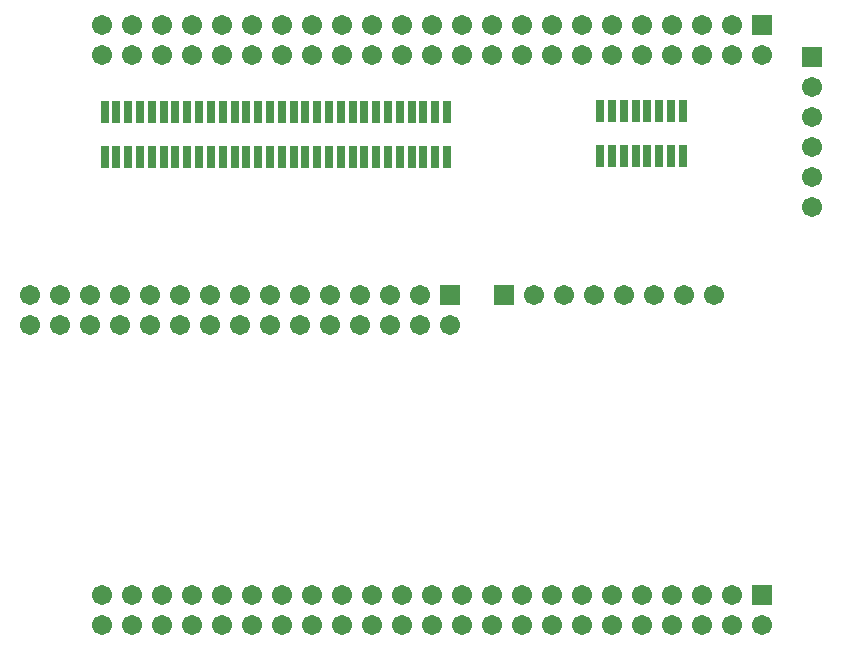
<source format=gts>
%FSLAX25Y25*%
%MOIN*%
G70*
G01*
G75*
G04 Layer_Color=8388736*
%ADD10R,0.02362X0.06496*%
%ADD11C,0.02000*%
%ADD12C,0.01000*%
%ADD13R,0.05906X0.05906*%
%ADD14C,0.05906*%
%ADD15R,0.05906X0.05906*%
%ADD16R,0.08661X0.02362*%
%ADD17R,0.08740X0.04016*%
%ADD18R,0.02500X0.02000*%
%ADD19C,0.03000*%
%ADD20C,0.00787*%
%ADD21C,0.00700*%
%ADD22R,0.03162X0.07296*%
%ADD23R,0.06706X0.06706*%
%ADD24C,0.06706*%
%ADD25R,0.06706X0.06706*%
D22*
X143256Y163539D02*
D03*
Y178500D02*
D03*
X139319D02*
D03*
Y163539D02*
D03*
X131445D02*
D03*
Y178500D02*
D03*
X135382D02*
D03*
Y163539D02*
D03*
X151130D02*
D03*
Y178500D02*
D03*
X147193D02*
D03*
Y163539D02*
D03*
X155067D02*
D03*
Y178500D02*
D03*
X159004D02*
D03*
Y163539D02*
D03*
X190500D02*
D03*
Y178500D02*
D03*
X186563D02*
D03*
Y163539D02*
D03*
X178689D02*
D03*
Y178500D02*
D03*
X182626D02*
D03*
Y163539D02*
D03*
X166878D02*
D03*
Y178500D02*
D03*
X162941D02*
D03*
Y163539D02*
D03*
X170815D02*
D03*
Y178500D02*
D03*
X174752D02*
D03*
Y163539D02*
D03*
X111760D02*
D03*
Y178500D02*
D03*
X107823D02*
D03*
Y163539D02*
D03*
X99949D02*
D03*
Y178500D02*
D03*
X103886D02*
D03*
Y163539D02*
D03*
X119634D02*
D03*
Y178500D02*
D03*
X115697D02*
D03*
Y163539D02*
D03*
X123571D02*
D03*
Y178500D02*
D03*
X127508D02*
D03*
Y163539D02*
D03*
X96012D02*
D03*
Y178500D02*
D03*
X92075D02*
D03*
Y163539D02*
D03*
X84201D02*
D03*
Y178500D02*
D03*
X88138D02*
D03*
Y163539D02*
D03*
X76327D02*
D03*
Y178500D02*
D03*
X80264D02*
D03*
Y163539D02*
D03*
X257248Y178961D02*
D03*
Y164000D02*
D03*
X261185D02*
D03*
Y178961D02*
D03*
X269059D02*
D03*
Y164000D02*
D03*
X265122D02*
D03*
Y178961D02*
D03*
X249374D02*
D03*
Y164000D02*
D03*
X253311D02*
D03*
Y178961D02*
D03*
X245437D02*
D03*
Y164000D02*
D03*
X241500D02*
D03*
Y178961D02*
D03*
D23*
X191500Y117500D02*
D03*
X209500D02*
D03*
X295500Y207500D02*
D03*
Y17500D02*
D03*
D24*
X191500Y107500D02*
D03*
X181500Y117500D02*
D03*
Y107500D02*
D03*
X171500Y117500D02*
D03*
Y107500D02*
D03*
X161500Y117500D02*
D03*
Y107500D02*
D03*
X151500Y117500D02*
D03*
Y107500D02*
D03*
X141500Y117500D02*
D03*
Y107500D02*
D03*
X131500Y117500D02*
D03*
Y107500D02*
D03*
X121500Y117500D02*
D03*
Y107500D02*
D03*
X111500Y117500D02*
D03*
Y107500D02*
D03*
X101500Y117500D02*
D03*
Y107500D02*
D03*
X91500Y117500D02*
D03*
Y107500D02*
D03*
X81500Y117500D02*
D03*
Y107500D02*
D03*
X71500Y117500D02*
D03*
Y107500D02*
D03*
X61500Y117500D02*
D03*
Y107500D02*
D03*
X51500Y117500D02*
D03*
Y107500D02*
D03*
X279500Y117500D02*
D03*
X269500D02*
D03*
X259500D02*
D03*
X249500D02*
D03*
X239500D02*
D03*
X229500D02*
D03*
X219500D02*
D03*
X295500Y197500D02*
D03*
X285500Y207500D02*
D03*
Y197500D02*
D03*
X275500Y207500D02*
D03*
Y197500D02*
D03*
X265500Y207500D02*
D03*
Y197500D02*
D03*
X255500Y207500D02*
D03*
Y197500D02*
D03*
X245500Y207500D02*
D03*
Y197500D02*
D03*
X235500Y207500D02*
D03*
Y197500D02*
D03*
X225500Y207500D02*
D03*
Y197500D02*
D03*
X215500Y207500D02*
D03*
Y197500D02*
D03*
X205500Y207500D02*
D03*
Y197500D02*
D03*
X195500Y207500D02*
D03*
Y197500D02*
D03*
X185500Y207500D02*
D03*
Y197500D02*
D03*
X175500Y207500D02*
D03*
Y197500D02*
D03*
X165500Y207500D02*
D03*
Y197500D02*
D03*
X155500Y207500D02*
D03*
Y197500D02*
D03*
X145500Y207500D02*
D03*
Y197500D02*
D03*
X135500Y207500D02*
D03*
Y197500D02*
D03*
X125500Y207500D02*
D03*
Y197500D02*
D03*
X115500Y207500D02*
D03*
Y197500D02*
D03*
X105500Y207500D02*
D03*
Y197500D02*
D03*
X95500Y207500D02*
D03*
Y197500D02*
D03*
X85500Y207500D02*
D03*
Y197500D02*
D03*
X75500Y207500D02*
D03*
Y197500D02*
D03*
X312000Y147000D02*
D03*
Y157000D02*
D03*
Y167000D02*
D03*
Y177000D02*
D03*
Y187000D02*
D03*
X295500Y7500D02*
D03*
X285500Y17500D02*
D03*
Y7500D02*
D03*
X275500Y17500D02*
D03*
Y7500D02*
D03*
X265500Y17500D02*
D03*
Y7500D02*
D03*
X255500Y17500D02*
D03*
Y7500D02*
D03*
X245500Y17500D02*
D03*
Y7500D02*
D03*
X235500Y17500D02*
D03*
Y7500D02*
D03*
X225500Y17500D02*
D03*
Y7500D02*
D03*
X215500Y17500D02*
D03*
Y7500D02*
D03*
X205500Y17500D02*
D03*
Y7500D02*
D03*
X195500Y17500D02*
D03*
Y7500D02*
D03*
X185500Y17500D02*
D03*
Y7500D02*
D03*
X175500Y17500D02*
D03*
Y7500D02*
D03*
X165500Y17500D02*
D03*
Y7500D02*
D03*
X155500Y17500D02*
D03*
Y7500D02*
D03*
X145500Y17500D02*
D03*
Y7500D02*
D03*
X135500Y17500D02*
D03*
Y7500D02*
D03*
X125500Y17500D02*
D03*
Y7500D02*
D03*
X115500Y17500D02*
D03*
Y7500D02*
D03*
X105500Y17500D02*
D03*
Y7500D02*
D03*
X95500Y17500D02*
D03*
Y7500D02*
D03*
X85500Y17500D02*
D03*
Y7500D02*
D03*
X75500Y17500D02*
D03*
Y7500D02*
D03*
D25*
X312000Y197000D02*
D03*
M02*

</source>
